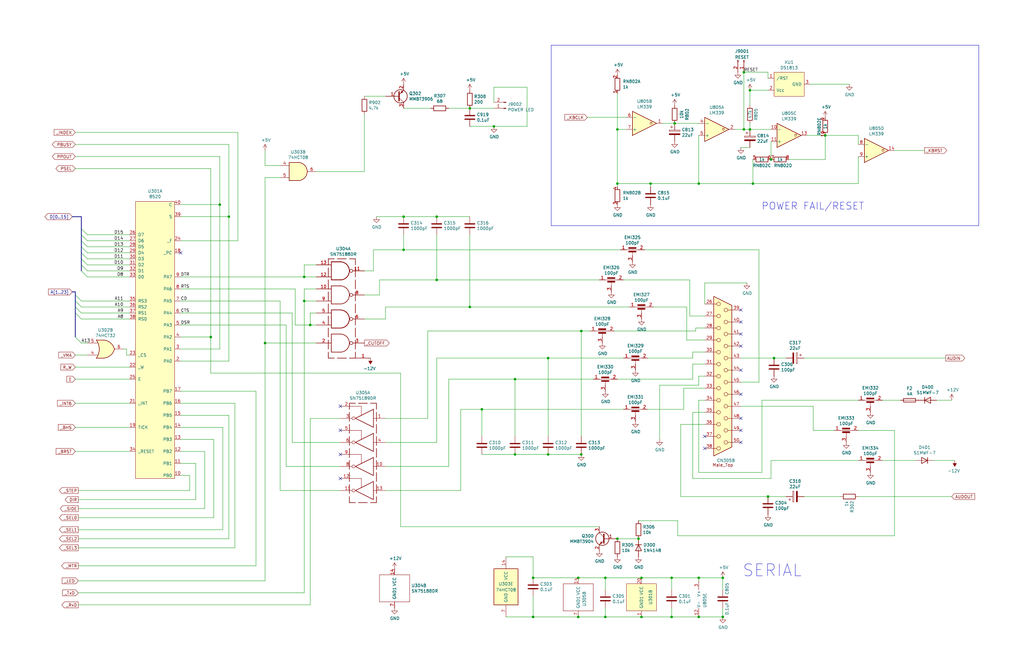
<source format=kicad_sch>
(kicad_sch (version 20231120) (generator "eeschema") (generator_version "8.0")
  (paper "B")
  (title_block (title "Amiga 2000 EATX") (date "2024-06-02") (rev "3.1"))
  (junction (at 217.17 160.02))
  (junction (at 325.12 67.31))
  (junction (at 198.12 129.54))
  (junction (at 283.21 260.35))
  (junction (at 208.28 53.34))
  (junction (at 111.76 144.78))
  (junction (at 284.48 52.07))
  (junction (at 184.15 118.11))
  (junction (at 130.81 137.16))
  (junction (at 92.71 86.36))
  (junction (at 323.85 209.55))
  (junction (at 255.27 260.35))
  (junction (at 96.52 91.44))
  (junction (at 231.14 191.77))
  (junction (at 260.35 227.33))
  (junction (at 260.35 54.61))
  (junction (at 260.35 77.47))
  (junction (at 294.64 77.47))
  (junction (at 326.39 151.13))
  (junction (at 128.27 127))
  (junction (at 270.51 243.84))
  (junction (at 217.17 191.77))
  (junction (at 317.5 77.47))
  (junction (at 316.23 38.1))
  (junction (at 224.79 243.84))
  (junction (at 231.14 151.13))
  (junction (at 294.64 243.84))
  (junction (at 313.69 54.61))
  (junction (at 270.51 260.35))
  (junction (at 274.32 77.47))
  (junction (at 255.27 243.84))
  (junction (at 170.18 91.44))
  (junction (at 294.64 260.35))
  (junction (at 203.2 172.72))
  (junction (at 316.23 54.61))
  (junction (at 170.18 105.41))
  (junction (at 184.15 91.44))
  (junction (at 304.8 243.84))
  (junction (at 283.21 243.84))
  (junction (at 313.69 30.48))
  (junction (at 88.9 142.24))
  (junction (at 245.11 191.77))
  (junction (at 269.24 227.33))
  (junction (at 198.12 45.72))
  (junction (at 128.27 116.84))
  (junction (at 347.98 57.15))
  (junction (at 245.11 139.7))
  (junction (at 243.84 260.35))
  (junction (at 224.79 260.35))
  (junction (at 304.8 260.35))
  (junction (at 243.84 243.84))
  (no_connect (at 312.42 166.37))
  (no_connect (at 76.2 106.68))
  (no_connect (at 312.42 135.89))
  (no_connect (at 297.18 184.15))
  (no_connect (at 312.42 156.21))
  (no_connect (at 312.42 146.05))
  (no_connect (at 312.42 130.81))
  (no_connect (at 143.51 171.45))
  (no_connect (at 312.42 181.61))
  (no_connect (at 143.51 181.61))
  (no_connect (at 312.42 176.53))
  (no_connect (at 297.18 189.23))
  (no_connect (at 143.51 191.77))
  (no_connect (at 312.42 140.97))
  (no_connect (at 312.42 186.69))
  (no_connect (at 143.51 201.93))
  (bus_entry (at 36.83 116.84) (size -2.54 -2.54))
  (bus_entry (at 34.29 134.62) (size -2.54 -2.54))
  (bus_entry (at 34.29 132.08) (size -2.54 -2.54))
  (bus_entry (at 36.83 101.6) (size -2.54 -2.54))
  (bus_entry (at 36.83 111.76) (size -2.54 -2.54))
  (bus_entry (at 34.29 127) (size -2.54 -2.54))
  (bus_entry (at 34.29 129.54) (size -2.54 -2.54))
  (bus_entry (at 36.83 114.3) (size -2.54 -2.54))
  (bus_entry (at 36.83 104.14) (size -2.54 -2.54))
  (bus_entry (at 36.83 99.06) (size -2.54 -2.54))
  (bus_entry (at 34.29 144.78) (size -2.54 -2.54))
  (bus_entry (at 36.83 106.68) (size -2.54 -2.54))
  (bus_entry (at 36.83 109.22) (size -2.54 -2.54))
  (wire (pts (xy 198.12 91.44) (xy 184.15 91.44)))
  (wire (pts (xy 100.33 55.88) (xy 31.75 55.88)))
  (wire (pts (xy 54.61 132.08) (xy 34.29 132.08)))
  (wire (pts (xy 76.2 86.36) (xy 92.71 86.36)))
  (wire (pts (xy 377.19 226.06) (xy 285.75 226.06)))
  (wire (pts (xy 88.9 71.12) (xy 31.75 71.12)))
  (wire (pts (xy 361.95 77.47) (xy 361.95 66.04)))
  (wire (pts (xy 90.17 218.44) (xy 33.02 218.44)))
  (wire (pts (xy 143.51 176.53) (xy 130.81 176.53)))
  (wire (pts (xy 312.42 62.23) (xy 316.23 62.23)))
  (wire (pts (xy 245.11 139.7) (xy 245.11 184.15)))
  (wire (pts (xy 130.81 132.08) (xy 133.35 132.08)))
  (wire (pts (xy 54.61 154.94) (xy 31.75 154.94)))
  (wire (pts (xy 96.52 91.44) (xy 96.52 60.96)))
  (wire (pts (xy 198.12 45.72) (xy 208.28 45.72)))
  (bus (pts (xy 31.75 132.08) (xy 31.75 142.24)))
  (wire (pts (xy 245.11 139.7) (xy 248.92 139.7)))
  (wire (pts (xy 168.91 222.25) (xy 168.91 157.48)))
  (bus (pts (xy 31.75 124.46) (xy 31.75 127)))
  (wire (pts (xy 88.9 142.24) (xy 88.9 71.12)))
  (bus (pts (xy 30.48 123.19) (xy 31.75 123.19)))
  (wire (pts (xy 274.32 77.47) (xy 260.35 77.47)))
  (wire (pts (xy 76.2 185.42) (xy 90.17 185.42)))
  (wire (pts (xy 118.11 69.85) (xy 111.76 69.85)))
  (wire (pts (xy 54.61 109.22) (xy 36.83 109.22)))
  (wire (pts (xy 96.52 227.33) (xy 33.02 227.33)))
  (wire (pts (xy 320.04 161.29) (xy 320.04 105.41)))
  (wire (pts (xy 377.19 181.61) (xy 377.19 226.06)))
  (wire (pts (xy 292.1 173.99) (xy 292.1 201.93)))
  (polyline (pts (xy 232.41 95.25) (xy 232.41 19.05)))
  (wire (pts (xy 189.23 160.02) (xy 217.17 160.02)))
  (wire (pts (xy 180.34 139.7) (xy 245.11 139.7)))
  (wire (pts (xy 231.14 184.15) (xy 231.14 151.13)))
  (wire (pts (xy 279.4 52.07) (xy 284.48 52.07)))
  (bus (pts (xy 34.29 91.44) (xy 34.29 96.52)))
  (wire (pts (xy 52.07 147.32) (xy 53.34 147.32)))
  (wire (pts (xy 88.9 157.48) (xy 88.9 142.24)))
  (wire (pts (xy 217.17 191.77) (xy 231.14 191.77)))
  (wire (pts (xy 347.98 57.15) (xy 361.95 57.15)))
  (wire (pts (xy 130.81 137.16) (xy 130.81 132.08)))
  (wire (pts (xy 243.84 243.84) (xy 255.27 243.84)))
  (wire (pts (xy 224.79 251.46) (xy 224.79 260.35)))
  (wire (pts (xy 184.15 118.11) (xy 252.73 118.11)))
  (wire (pts (xy 76.2 190.5) (xy 86.36 190.5)))
  (polyline (pts (xy 412.75 19.05) (xy 412.75 95.25)))
  (wire (pts (xy 53.34 149.86) (xy 54.61 149.86)))
  (wire (pts (xy 270.51 260.35) (xy 283.21 260.35)))
  (wire (pts (xy 297.18 168.91) (xy 294.64 168.91)))
  (bus (pts (xy 31.75 123.19) (xy 31.75 124.46)))
  (wire (pts (xy 285.75 226.06) (xy 285.75 219.71)))
  (wire (pts (xy 217.17 160.02) (xy 250.19 160.02)))
  (wire (pts (xy 96.52 60.96) (xy 31.75 60.96)))
  (wire (pts (xy 111.76 144.78) (xy 111.76 245.11)))
  (wire (pts (xy 313.69 54.61) (xy 316.23 54.61)))
  (wire (pts (xy 107.95 165.1) (xy 107.95 238.76)))
  (wire (pts (xy 111.76 74.93) (xy 118.11 74.93)))
  (wire (pts (xy 128.27 116.84) (xy 133.35 116.84)))
  (wire (pts (xy 99.06 170.18) (xy 99.06 231.14)))
  (wire (pts (xy 289.56 129.54) (xy 289.56 143.51)))
  (wire (pts (xy 203.2 191.77) (xy 217.17 191.77)))
  (wire (pts (xy 99.06 231.14) (xy 33.02 231.14)))
  (wire (pts (xy 312.42 171.45) (xy 342.9 171.45)))
  (wire (pts (xy 287.02 179.07) (xy 287.02 209.55)))
  (wire (pts (xy 54.61 104.14) (xy 36.83 104.14)))
  (wire (pts (xy 317.5 67.31) (xy 317.5 77.47)))
  (wire (pts (xy 326.39 151.13) (xy 331.47 151.13)))
  (wire (pts (xy 53.34 147.32) (xy 53.34 149.86)))
  (wire (pts (xy 274.32 77.47) (xy 274.32 78.74)))
  (wire (pts (xy 170.18 91.44) (xy 158.75 91.44)))
  (wire (pts (xy 294.64 260.35) (xy 304.8 260.35)))
  (wire (pts (xy 283.21 243.84) (xy 294.64 243.84)))
  (wire (pts (xy 288.29 172.72) (xy 288.29 163.83)))
  (wire (pts (xy 325.12 59.69) (xy 325.12 67.31)))
  (wire (pts (xy 36.83 144.78) (xy 34.29 144.78)))
  (wire (pts (xy 96.52 175.26) (xy 96.52 227.33)))
  (wire (pts (xy 203.2 184.15) (xy 203.2 172.72)))
  (bus (pts (xy 34.29 109.22) (xy 34.29 111.76)))
  (wire (pts (xy 118.11 127) (xy 118.11 207.01)))
  (wire (pts (xy 208.28 36.83) (xy 222.25 36.83)))
  (bus (pts (xy 34.29 91.44) (xy 30.48 91.44)))
  (bus (pts (xy 31.75 129.54) (xy 31.75 132.08)))
  (wire (pts (xy 128.27 127) (xy 128.27 250.19)))
  (wire (pts (xy 361.95 57.15) (xy 361.95 60.96)))
  (wire (pts (xy 76.2 200.66) (xy 80.01 200.66)))
  (wire (pts (xy 297.18 128.27) (xy 297.18 119.38)))
  (wire (pts (xy 194.31 207.01) (xy 194.31 172.72)))
  (wire (pts (xy 317.5 77.47) (xy 361.95 77.47)))
  (wire (pts (xy 80.01 200.66) (xy 80.01 207.01)))
  (wire (pts (xy 294.64 199.39) (xy 321.31 199.39)))
  (wire (pts (xy 100.33 101.6) (xy 100.33 55.88)))
  (wire (pts (xy 160.02 124.46) (xy 160.02 118.11)))
  (wire (pts (xy 292.1 160.02) (xy 292.1 153.67)))
  (wire (pts (xy 54.61 99.06) (xy 36.83 99.06)))
  (wire (pts (xy 198.12 53.34) (xy 208.28 53.34)))
  (wire (pts (xy 194.31 172.72) (xy 203.2 172.72)))
  (wire (pts (xy 293.37 138.43) (xy 297.18 138.43)))
  (wire (pts (xy 170.18 105.41) (xy 261.62 105.41)))
  (wire (pts (xy 160.02 118.11) (xy 184.15 118.11)))
  (wire (pts (xy 274.32 77.47) (xy 294.64 77.47)))
  (wire (pts (xy 297.18 158.75) (xy 294.64 158.75)))
  (wire (pts (xy 222.25 53.34) (xy 208.28 53.34)))
  (wire (pts (xy 198.12 129.54) (xy 265.43 129.54)))
  (wire (pts (xy 31.75 160.02) (xy 54.61 160.02)))
  (wire (pts (xy 54.61 180.34) (xy 31.75 180.34)))
  (wire (pts (xy 260.35 227.33) (xy 269.24 227.33)))
  (wire (pts (xy 339.09 151.13) (xy 398.78 151.13)))
  (wire (pts (xy 290.83 118.11) (xy 290.83 133.35)))
  (bus (pts (xy 34.29 106.68) (xy 34.29 109.22)))
  (wire (pts (xy 309.88 54.61) (xy 313.69 54.61)))
  (wire (pts (xy 180.34 139.7) (xy 180.34 176.53)))
  (wire (pts (xy 92.71 66.04) (xy 31.75 66.04)))
  (wire (pts (xy 260.35 54.61) (xy 264.16 54.61)))
  (wire (pts (xy 293.37 139.7) (xy 293.37 138.43)))
  (wire (pts (xy 130.81 176.53) (xy 130.81 255.27)))
  (bus (pts (xy 34.29 104.14) (xy 34.29 106.68)))
  (wire (pts (xy 294.64 243.84) (xy 294.64 245.11)))
  (wire (pts (xy 283.21 260.35) (xy 294.64 260.35)))
  (wire (pts (xy 80.01 207.01) (xy 33.02 207.01)))
  (wire (pts (xy 157.48 105.41) (xy 157.48 114.3)))
  (wire (pts (xy 290.83 133.35) (xy 297.18 133.35)))
  (wire (pts (xy 76.2 91.44) (xy 96.52 91.44)))
  (wire (pts (xy 162.56 134.62) (xy 162.56 129.54)))
  (wire (pts (xy 260.35 78.74) (xy 260.35 77.47)))
  (wire (pts (xy 76.2 132.08) (xy 123.19 132.08)))
  (wire (pts (xy 198.12 99.06) (xy 198.12 129.54)))
  (wire (pts (xy 54.61 116.84) (xy 36.83 116.84)))
  (wire (pts (xy 86.36 190.5) (xy 86.36 214.63)))
  (wire (pts (xy 153.67 124.46) (xy 160.02 124.46)))
  (wire (pts (xy 213.36 234.95) (xy 224.79 234.95)))
  (wire (pts (xy 96.52 91.44) (xy 96.52 152.4)))
  (bus (pts (xy 34.29 101.6) (xy 34.29 104.14)))
  (wire (pts (xy 271.78 105.41) (xy 320.04 105.41)))
  (wire (pts (xy 118.11 207.01) (xy 143.51 207.01)))
  (wire (pts (xy 325.12 194.31) (xy 325.12 201.93)))
  (wire (pts (xy 36.83 111.76) (xy 54.61 111.76)))
  (wire (pts (xy 231.14 151.13) (xy 262.89 151.13)))
  (wire (pts (xy 255.27 260.35) (xy 270.51 260.35)))
  (wire (pts (xy 153.67 72.39) (xy 153.67 48.26)))
  (wire (pts (xy 111.76 144.78) (xy 111.76 74.93)))
  (wire (pts (xy 92.71 147.32) (xy 76.2 147.32)))
  (wire (pts (xy 162.56 207.01) (xy 194.31 207.01)))
  (wire (pts (xy 288.29 163.83) (xy 297.18 163.83)))
  (polyline (pts (xy 232.41 19.05) (xy 412.75 19.05)))
  (wire (pts (xy 157.48 105.41) (xy 170.18 105.41)))
  (wire (pts (xy 283.21 256.54) (xy 283.21 260.35)))
  (wire (pts (xy 217.17 184.15) (xy 217.17 160.02)))
  (wire (pts (xy 90.17 185.42) (xy 90.17 218.44)))
  (wire (pts (xy 162.56 129.54) (xy 198.12 129.54)))
  (wire (pts (xy 128.27 250.19) (xy 33.02 250.19)))
  (wire (pts (xy 243.84 260.35) (xy 255.27 260.35)))
  (wire (pts (xy 36.83 101.6) (xy 54.61 101.6)))
  (wire (pts (xy 133.35 72.39) (xy 153.67 72.39)))
  (wire (pts (xy 184.15 91.44) (xy 170.18 91.44)))
  (wire (pts (xy 304.8 243.84) (xy 294.64 243.84)))
  (wire (pts (xy 377.19 63.5) (xy 389.89 63.5)))
  (wire (pts (xy 184.15 151.13) (xy 231.14 151.13)))
  (wire (pts (xy 289.56 143.51) (xy 297.18 143.51)))
  (wire (pts (xy 292.1 201.93) (xy 325.12 201.93)))
  (wire (pts (xy 402.59 194.31) (xy 393.7 194.31)))
  (wire (pts (xy 76.2 121.92) (xy 124.46 121.92)))
  (wire (pts (xy 123.19 186.69) (xy 143.51 186.69)))
  (wire (pts (xy 341.63 35.56) (xy 358.14 35.56)))
  (wire (pts (xy 270.51 243.84) (xy 283.21 243.84)))
  (wire (pts (xy 76.2 101.6) (xy 100.33 101.6)))
  (wire (pts (xy 312.42 161.29) (xy 320.04 161.29)))
  (wire (pts (xy 304.8 260.35) (xy 304.8 256.54)))
  (wire (pts (xy 189.23 45.72) (xy 198.12 45.72)))
  (wire (pts (xy 76.2 180.34) (xy 93.98 180.34)))
  (wire (pts (xy 107.95 238.76) (xy 33.02 238.76)))
  (wire (pts (xy 294.64 162.56) (xy 278.13 162.56)))
  (wire (pts (xy 297.18 179.07) (xy 287.02 179.07)))
  (wire (pts (xy 255.27 243.84) (xy 270.51 243.84)))
  (bus (pts (xy 34.29 111.76) (xy 34.29 114.3)))
  (wire (pts (xy 54.61 190.5) (xy 31.75 190.5)))
  (wire (pts (xy 273.05 172.72) (xy 288.29 172.72)))
  (wire (pts (xy 96.52 152.4) (xy 76.2 152.4)))
  (wire (pts (xy 124.46 121.92) (xy 124.46 137.16)))
  (wire (pts (xy 312.42 151.13) (xy 326.39 151.13)))
  (wire (pts (xy 361.95 209.55) (xy 401.32 209.55)))
  (wire (pts (xy 208.28 43.18) (xy 208.28 36.83)))
  (wire (pts (xy 316.23 54.61) (xy 325.12 54.61)))
  (wire (pts (xy 243.84 243.84) (xy 224.79 243.84)))
  (wire (pts (xy 76.2 137.16) (xy 120.65 137.16)))
  (wire (pts (xy 316.23 38.1) (xy 316.23 44.45)))
  (wire (pts (xy 168.91 157.48) (xy 88.9 157.48)))
  (wire (pts (xy 133.35 121.92) (xy 128.27 121.92)))
  (wire (pts (xy 347.98 67.31) (xy 347.98 57.15)))
  (wire (pts (xy 275.59 129.54) (xy 289.56 129.54)))
  (wire (pts (xy 297.18 119.38) (xy 314.96 119.38)))
  (wire (pts (xy 252.73 222.25) (xy 168.91 222.25)))
  (wire (pts (xy 34.29 134.62) (xy 54.61 134.62)))
  (wire (pts (xy 54.61 170.18) (xy 31.75 170.18)))
  (bus (pts (xy 34.29 96.52) (xy 34.29 99.06)))
  (wire (pts (xy 340.36 57.15) (xy 347.98 57.15)))
  (wire (pts (xy 284.48 52.07) (xy 294.64 52.07)))
  (wire (pts (xy 224.79 234.95) (xy 224.79 243.84)))
  (wire (pts (xy 394.97 168.91) (xy 401.32 168.91)))
  (wire (pts (xy 128.27 111.76) (xy 128.27 116.84)))
  (wire (pts (xy 157.48 114.3) (xy 153.67 114.3)))
  (wire (pts (xy 260.35 54.61) (xy 260.35 77.47)))
  (wire (pts (xy 153.67 134.62) (xy 162.56 134.62)))
  (wire (pts (xy 294.64 77.47) (xy 317.5 77.47)))
  (wire (pts (xy 76.2 195.58) (xy 82.55 195.58)))
  (wire (pts (xy 292.1 153.67) (xy 297.18 153.67)))
  (wire (pts (xy 153.67 40.64) (xy 162.56 40.64)))
  (wire (pts (xy 170.18 99.06) (xy 170.18 105.41)))
  (wire (pts (xy 33.02 245.11) (xy 111.76 245.11)))
  (wire (pts (xy 184.15 186.69) (xy 184.15 151.13)))
  (wire (pts (xy 133.35 144.78) (xy 111.76 144.78)))
  (wire (pts (xy 361.95 194.31) (xy 325.12 194.31)))
  (wire (pts (xy 372.11 168.91) (xy 379.73 168.91)))
  (wire (pts (xy 184.15 99.06) (xy 184.15 118.11)))
  (wire (pts (xy 304.8 248.92) (xy 304.8 243.84)))
  (wire (pts (xy 292.1 148.59) (xy 297.18 148.59)))
  (wire (pts (xy 203.2 172.72) (xy 262.89 172.72)))
  (wire (pts (xy 292.1 151.13) (xy 292.1 148.59)))
  (bus (pts (xy 34.29 99.06) (xy 34.29 101.6)))
  (wire (pts (xy 31.75 149.86) (xy 36.83 149.86)))
  (wire (pts (xy 321.31 168.91) (xy 361.95 168.91)))
  (wire (pts (xy 93.98 180.34) (xy 93.98 223.52)))
  (wire (pts (xy 297.18 173.99) (xy 292.1 173.99)))
  (wire (pts (xy 93.98 223.52) (xy 33.02 223.52)))
  (wire (pts (xy 339.09 209.55) (xy 354.33 209.55)))
  (wire (pts (xy 342.9 181.61) (xy 351.79 181.61)))
  (wire (pts (xy 54.61 127) (xy 34.29 127)))
  (wire (pts (xy 255.27 248.92) (xy 255.27 243.84)))
  (wire (pts (xy 130.81 255.27) (xy 33.02 255.27)))
  (wire (pts (xy 92.71 86.36) (xy 92.71 147.32)))
  (wire (pts (xy 162.56 196.85) (xy 189.23 196.85)))
  (wire (pts (xy 332.74 67.31) (xy 347.98 67.31)))
  (bus (pts (xy 31.75 127) (xy 31.75 129.54)))
  (wire (pts (xy 170.18 45.72) (xy 181.61 45.72)))
  (wire (pts (xy 92.71 86.36) (xy 92.71 66.04)))
  (wire (pts (xy 54.61 114.3) (xy 36.83 114.3)))
  (wire (pts (xy 361.95 181.61) (xy 377.19 181.61)))
  (wire (pts (xy 124.46 137.16) (xy 130.81 137.16)))
  (wire (pts (xy 321.31 199.39) (xy 321.31 168.91)))
  (wire (pts (xy 262.89 118.11) (xy 290.83 118.11)))
  (wire (pts (xy 162.56 176.53) (xy 180.34 176.53)))
  (wire (pts (xy 313.69 30.48) (xy 313.69 54.61)))
  (wire (pts (xy 323.85 33.02) (xy 323.85 30.48)))
  (wire (pts (xy 316.23 52.07) (xy 316.23 54.61)))
  (wire (pts (xy 189.23 196.85) (xy 189.23 160.02)))
  (wire (pts (xy 224.79 260.35) (xy 213.36 260.35)))
  (wire (pts (xy 76.2 142.24) (xy 88.9 142.24)))
  (wire (pts (xy 260.35 54.61) (xy 260.35 39.37)))
  (wire (pts (xy 36.83 106.68) (xy 54.61 106.68)))
  (wire (pts (xy 260.35 160.02) (xy 292.1 160.02)))
  (polyline (pts (xy 412.75 95.25) (xy 232.41 95.25)))
  (wire (pts (xy 76.2 127) (xy 118.11 127)))
  (wire (pts (xy 130.81 137.16) (xy 133.35 137.16)))
  (wire (pts (xy 323.85 30.48) (xy 313.69 30.48)))
  (wire (pts (xy 287.02 209.55) (xy 323.85 209.55)))
  (wire (pts (xy 255.27 256.54) (xy 255.27 260.35)))
  (wire (pts (xy 111.76 69.85) (xy 111.76 63.5)))
  (wire (pts (xy 342.9 171.45) (xy 342.9 181.61)))
  (wire (pts (xy 82.55 210.82) (xy 33.02 210.82)))
  (wire (pts (xy 123.19 132.08) (xy 123.19 186.69)))
  (wire (pts (xy 128.27 121.92) (xy 128.27 127)))
  (wire (pts (xy 133.35 111.76) (xy 128.27 111.76)))
  (wire (pts (xy 120.65 137.16) (xy 120.65 196.85)))
  (wire (pts (xy 231.14 191.77) (xy 245.11 191.77)))
  (wire (pts (xy 259.08 139.7) (xy 293.37 139.7)))
  (wire (pts (xy 76.2 170.18) (xy 99.06 170.18)))
  (wire (pts (xy 278.13 162.56) (xy 278.13 185.42)))
  (wire (pts (xy 76.2 175.26) (xy 96.52 175.26)))
  (wire (pts (xy 54.61 129.54) (xy 34.29 129.54)))
  (wire (pts (xy 294.64 158.75) (xy 294.64 162.56)))
  (wire (pts (xy 323.85 38.1) (xy 316.23 38.1)))
  (wire (pts (xy 120.65 196.85) (xy 143.51 196.85)))
  (wire (pts (xy 86.36 214.63) (xy 33.02 214.63)))
  (wire (pts (xy 76.2 116.84) (xy 128.27 116.84)))
  (wire (pts (xy 162.56 186.69) (xy 184.15 186.69)))
  (wire (pts (xy 243.84 260.35) (xy 224.79 260.35)))
  (wire (pts (xy 323.85 209.55) (xy 331.47 209.55)))
  (wire (pts (xy 283.21 248.92) (xy 283.21 243.84)))
  (wire (pts (xy 273.05 151.13) (xy 292.1 151.13)))
  (wire (pts (xy 76.2 165.1) (xy 107.95 165.1)))
  (wire (pts (xy 264.16 49.53) (xy 247.65 49.53)))
  (wire (pts (xy 285.75 219.71) (xy 269.24 219.71)))
  (wire (pts (xy 294.64 168.91) (xy 294.64 199.39)))
  (wire (pts (xy 128.27 127) (xy 133.35 127)))
  (wire (pts (xy 294.64 57.15) (xy 294.64 77.47)))
  (wire (pts (xy 386.08 194.31) (xy 372.11 194.31)))
  (wire (pts (xy 222.25 36.83) (xy 222.25 53.34)))
  (wire (pts (xy 82.55 195.58) (xy 82.55 210.82)))
  (text "POWER FAIL/RESET" (at 364.49 88.9 0) (effects (font (size 2.9972 2.9972)) (justify right bottom)))
  (text "SERIAL" (at 313.055 243.84 0) (effects (font (size 5.0038 5.0038)) (justify left bottom)))
  (label "A11" (at 52.07 127 180) (effects (font (size 1.2954 1.2954))))
  (label "D8" (at 52.07 116.84 180) (effects (font (size 1.2954 1.2954))))
  (label "D15" (at 52.07 99.06 180) (effects (font (size 1.2954 1.2954))))
  (label "CTS" (at 76.2 132.08 0))
  (label "A9" (at 52.07 132.08 180) (effects (font (size 1.2954 1.2954))))
  (label "RESET" (at 313.69 30.48 0))
  (label "DSR" (at 76.2 137.16 0))
  (label "D14" (at 52.07 101.6 180) (effects (font (size 1.2954 1.2954))))
  (label "A13" (at 34.29 144.78 0) (effects (font (size 1.2954 1.2954))))
  (label "D9" (at 52.07 114.3 180) (effects (font (size 1.2954 1.2954))))
  (label "CD" (at 76.2 127 0))
  (label "A8" (at 52.07 134.62 180) (effects (font (size 1.2954 1.2954))))
  (label "D13" (at 52.07 104.14 180) (effects (font (size 1.2954 1.2954))))
  (label "DTR" (at 76.2 116.84 0))
  (label "D10" (at 52.07 111.76 180) (effects (font (size 1.2954 1.2954))))
  (label "D12" (at 52.07 106.68 180) (effects (font (size 1.2954 1.2954))))
  (label "D11" (at 52.07 109.22 180) (effects (font (size 1.2954 1.2954))))
  (label "A10" (at 52.07 129.54 180) (effects (font (size 1.2954 1.2954))))
  (label "RTS" (at 76.2 121.92 0))
  (global_label "_CUTOFF" (shape output) (at 153.67 144.78 0) (property "Intersheetrefs" "${INTERSHEET_REFS}" (at 164.0444 144.78 0) (effects (justify left))))
  (global_label "_RxD" (shape output) (at 33.02 255.27 180) (property "Intersheetrefs" "${INTERSHEET_REFS}" (at 26.1533 255.27 0) (effects (justify right))))
  (global_label "_STEP" (shape output) (at 33.02 207.01 180) (property "Intersheetrefs" "${INTERSHEET_REFS}" (at 25.1253 207.01 0) (effects (justify right))))
  (global_label "_INT6" (shape input) (at 31.75 170.18 180) (property "Intersheetrefs" "${INTERSHEET_REFS}" (at 24.339 170.18 0) (effects (justify right))))
  (global_label "A[1..23]" (shape input) (at 30.48 123.19 180) (property "Intersheetrefs" "${INTERSHEET_REFS}" (at 29.972 120.142 0) (effects (justify right))))
  (global_label "_MTR" (shape output) (at 33.02 238.76 180) (property "Intersheetrefs" "${INTERSHEET_REFS}" (at 26.0324 238.76 0) (effects (justify right))))
  (global_label "PSEL" (shape bidirectional) (at 31.75 71.12 180) (property "Intersheetrefs" "${INTERSHEET_REFS}" (at 23.8099 71.12 0) (effects (justify right))))
  (global_label "_SIDE" (shape output) (at 33.02 214.63 180) (property "Intersheetrefs" "${INTERSHEET_REFS}" (at 25.4881 214.63 0) (effects (justify right))))
  (global_label "PPOUT" (shape bidirectional) (at 31.75 66.04 180) (property "Intersheetrefs" "${INTERSHEET_REFS}" (at 22.2979 66.04 0) (effects (justify right))))
  (global_label "_BHS" (shape input) (at 31.75 180.34 180) (property "Intersheetrefs" "${INTERSHEET_REFS}" (at 24.6414 180.34 0) (effects (justify right))))
  (global_label "_KBCLK" (shape input) (at 247.65 49.53 180) (property "Intersheetrefs" "${INTERSHEET_REFS}" (at 238.2433 49.53 0) (effects (justify right))))
  (global_label "PBUSY" (shape bidirectional) (at 31.75 60.96 180) (property "Intersheetrefs" "${INTERSHEET_REFS}" (at 22.2979 60.96 0) (effects (justify right))))
  (global_label "_BRST" (shape input) (at 31.75 190.5 180) (property "Intersheetrefs" "${INTERSHEET_REFS}" (at 23.7343 190.5 0) (effects (justify right))))
  (global_label "AUDIN" (shape output) (at 398.78 151.13 0) (property "Intersheetrefs" "${INTERSHEET_REFS}" (at 406.7354 151.13 0) (effects (justify left))))
  (global_label "_SEL2" (shape output) (at 33.02 227.33 180) (property "Intersheetrefs" "${INTERSHEET_REFS}" (at 25.1253 227.33 0) (effects (justify right))))
  (global_label "R_W" (shape input) (at 31.75 154.94 180) (property "Intersheetrefs" "${INTERSHEET_REFS}" (at 25.73 154.94 0) (effects (justify right))))
  (global_label "E" (shape input) (at 31.75 160.02 180) (property "Intersheetrefs" "${INTERSHEET_REFS}" (at 28.27 160.02 0) (effects (justify right))))
  (global_label "_SEL3" (shape output) (at 33.02 231.14 180) (property "Intersheetrefs" "${INTERSHEET_REFS}" (at 25.1253 231.14 0) (effects (justify right))))
  (global_label "_VMA" (shape input) (at 31.75 149.86 180) (property "Intersheetrefs" "${INTERSHEET_REFS}" (at 24.8228 149.86 0) (effects (justify right))))
  (global_label "_INDEX" (shape input) (at 31.75 55.88 180) (property "Intersheetrefs" "${INTERSHEET_REFS}" (at 22.8876 55.88 0) (effects (justify right))))
  (global_label "_SEL1" (shape output) (at 33.02 223.52 180) (property "Intersheetrefs" "${INTERSHEET_REFS}" (at 25.1253 223.52 0) (effects (justify right))))
  (global_label "AUDOUT" (shape input) (at 401.32 209.55 0) (property "Intersheetrefs" "${INTERSHEET_REFS}" (at 410.9687 209.55 0) (effects (justify left))))
  (global_label "D[0..15]" (shape bidirectional) (at 30.48 91.44 180) (effects (font (size 1.2954 1.2954))) (property "Intersheetrefs" "${INTERSHEET_REFS}" (at 28.194 88.392 0) (effects (justify right))))
  (global_label "_TxD" (shape input) (at 33.02 250.19 180) (property "Intersheetrefs" "${INTERSHEET_REFS}" (at 26.4557 250.19 0) (effects (justify right))))
  (global_label "_LED" (shape input) (at 33.02 245.11 180) (property "Intersheetrefs" "${INTERSHEET_REFS}" (at 26.2743 245.11 0) (effects (justify right))))
  (global_label "_SEL0" (shape output) (at 33.02 218.44 180) (property "Intersheetrefs" "${INTERSHEET_REFS}" (at 25.1253 218.44 0) (effects (justify right))))
  (global_label "_KBRST" (shape output) (at 389.89 63.5 0) (property "Intersheetrefs" "${INTERSHEET_REFS}" (at 399.1757 63.5 0) (effects (justify left))))
  (global_label "DIR" (shape output) (at 33.02 210.82 180) (property "Intersheetrefs" "${INTERSHEET_REFS}" (at 27.5442 210.82 0) (effects (justify right))))
  (symbol (lib_id "Amiga-Library:SN75188DR") (at 143.51 124.46 0) (unit 1)
    (property "Reference" "U304" (at 144.78 104.9782 0))
    (property "Value" "SN75188DR" (at 144.78 107.2896 0))
    (property "Footprint" "Package_SO:SOIC-14_3.9x8.7mm_P1.27mm" (effects (hide yes)))
    (property "Datasheet" "https://www.ti.com/lit/ds/symlink/mc1488.pdf?HQS=dis-dk-null-digikeymode-dsf-pf-null-wwe&ts=1616552868480" (effects (hide yes)))
  )
  (symbol (lib_id "Amiga-Library:DB25_Stack_FemaleAndMale") (at 304.8 158.75 0) (unit 2)
    (property "Reference" "CN305" (at 302.26 194.31 0) (effects (justify left)))
    (property "Value" "DB25_Stack_FemaleAndMale" (effects (hide yes)))
    (property "Footprint" "AmigaFootprints:DSUB-25_Stack_Female_Bottom_Male_Top" (effects (hide yes)))
    (property "Datasheet" " ~" (effects (hide yes)))
  )
  (symbol (lib_id "74xx:74LS08") (at 125.73 72.39 0) (unit 2)
    (property "Reference" "U303" (at 125.73 64.135 0))
    (property "Value" "74HCT08" (at 125.73 66.4464 0))
    (property "Datasheet" "http://www.ti.com/lit/gpn/sn74LS08" (effects (hide yes)))
  )
  (symbol (lib_id "power:+5V") (at 111.76 63.5 0) (unit 1)
    (property "Reference" "#PWR0292" (effects (hide yes)))
    (property "Value" "+5V" (at 112.141 59.1058 0))
  )
  (symbol (lib_id "Amiga-Library:C_Feedthrough") (at 257.81 120.65 0) (unit 1)
    (property "Reference" "EMI326" (at 257.81 112.903 0))
    (property "Value" "100pF" (at 257.81 115.2144 0))
    (property "Footprint" "AmigaFootprints:C_1206_3216_Feedthrough" (effects (hide yes)))
  )
  (symbol (lib_id "Amiga-Library:C_Feedthrough") (at 270.51 132.08 0) (unit 1)
    (property "Reference" "EMI327" (at 270.51 124.333 0))
    (property "Value" "100pF" (at 270.51 126.6444 0))
    (property "Footprint" "AmigaFootprints:C_1206_3216_Feedthrough" (effects (hide yes)))
  )
  (symbol (lib_id "Amiga-Library:C_Feedthrough") (at 254 142.24 0) (unit 1)
    (property "Reference" "EMI328" (at 254 134.493 0))
    (property "Value" "100pF" (at 254 136.8044 0))
    (property "Footprint" "AmigaFootprints:C_1206_3216_Feedthrough" (effects (hide yes)))
  )
  (symbol (lib_id "Amiga-Library:C_Feedthrough") (at 267.97 153.67 0) (unit 1)
    (property "Reference" "EMI329" (at 267.97 145.923 0))
    (property "Value" "100pF" (at 267.97 148.2344 0))
    (property "Footprint" "AmigaFootprints:C_1206_3216_Feedthrough" (effects (hide yes)))
  )
  (symbol (lib_id "Amiga-Library:C_Feedthrough") (at 255.27 162.56 0) (unit 1)
    (property "Reference" "EMI330" (at 255.27 154.813 0))
    (property "Value" "100pF" (at 255.27 157.1244 0))
    (property "Footprint" "AmigaFootprints:C_1206_3216_Feedthrough" (effects (hide yes)))
  )
  (symbol (lib_id "Amiga-Library:C_Feedthrough") (at 267.97 175.26 0) (unit 1)
    (property "Reference" "EMI331" (at 267.97 167.513 0))
    (property "Value" "100pF" (at 267.97 169.8244 0))
    (property "Footprint" "AmigaFootprints:C_1206_3216_Feedthrough" (effects (hide yes)))
  )
  (symbol (lib_id "Amiga-Library:C_Feedthrough") (at 266.7 107.95 0) (unit 1)
    (property "Reference" "EMI325" (at 266.7 100.203 0))
    (property "Value" "100pF" (at 266.7 102.5144 0))
    (property "Footprint" "AmigaFootprints:C_1206_3216_Feedthrough" (effects (hide yes)))
  )
  (symbol (lib_id "Amiga-Library:C_Feedthrough") (at 367.03 171.45 0) (unit 1)
    (property "Reference" "EMI332" (at 367.03 163.703 0))
    (property "Value" "100pF" (at 367.03 166.0144 0))
    (property "Footprint" "AmigaFootprints:C_1206_3216_Feedthrough" (effects (hide yes)))
  )
  (symbol (lib_id "Device:R") (at 153.67 44.45 0) (unit 1)
    (property "Reference" "R902" (at 155.448 43.2816 0) (effects (justify left)))
    (property "Value" "4.7k" (at 155.448 45.593 0) (effects (justify left)))
    (property "Footprint" "Resistor_SMD:R_1206_3216Metric" (effects (hide yes)))
  )
  (symbol (lib_id "Amiga-Library:C_Feedthrough") (at 356.87 184.15 0) (unit 1)
    (property "Reference" "EMI333" (at 356.87 176.403 0))
    (property "Value" "100pF" (at 356.87 178.7144 0))
    (property "Footprint" "AmigaFootprints:C_1206_3216_Feedthrough" (effects (hide yes)))
  )
  (symbol (lib_id "Amiga-Library:C_Feedthrough") (at 367.03 196.85 0) (unit 1)
    (property "Reference" "EMI334" (at 367.03 189.103 0))
    (property "Value" "100pF" (at 367.03 191.4144 0))
    (property "Footprint" "AmigaFootprints:C_1206_3216_Feedthrough" (effects (hide yes)))
  )
  (symbol (lib_id "power:+5V") (at 170.18 35.56 0) (unit 1)
    (property "Reference" "#PWR0293" (effects (hide yes)))
    (property "Value" "+5V" (at 170.561 31.1658 0))
  )
  (symbol (lib_id "Device:R") (at 185.42 45.72 270) (unit 1)
    (property "Reference" "R307" (at 185.42 40.4622 90))
    (property "Value" "68" (at 185.42 42.7736 90))
    (property "Footprint" "Resistor_SMD:R_1206_3216Metric" (effects (hide yes)))
  )
  (symbol (lib_id "Device:C") (at 198.12 49.53 0) (unit 1)
    (property "Reference" "C919" (at 201.041 48.3616 0) (effects (justify left)))
    (property "Value" "0.1uF" (at 201.041 50.673 0) (effects (justify left)))
    (property "Footprint" "Capacitor_SMD:C_1206_3216Metric" (effects (hide yes)))
  )
  (symbol (lib_id "2000ATX-rescue:Conn_01x02_Male-Connector") (at 213.36 45.72 180) (unit 1)
    (property "Reference" "J9002" (at 214.0712 43.9928 0) (effects (justify right)))
    (property "Value" "POWER LED" (at 214.0712 46.3042 0) (effects (justify right)))
    (property "Footprint" "Connector_PinHeader_2.54mm:PinHeader_1x02_P2.54mm_Vertical" (effects (hide yes)))
  )
  (symbol (lib_id "Device:R") (at 198.12 41.91 0) (unit 1)
    (property "Reference" "R308" (at 199.898 40.7416 0) (effects (justify left)))
    (property "Value" "200" (at 199.898 43.053 0) (effects (justify left)))
    (property "Footprint" "Resistor_SMD:R_1206_3216Metric" (effects (hide yes)))
  )
  (symbol (lib_id "Amiga-Library:8520") (at 66.04 137.16 0) (unit 1)
    (property "Reference" "U301" (at 65.405 80.645 0))
    (property "Value" "8520" (at 65.405 82.9564 0))
    (property "Footprint" "AmigaFootprints:DIP-40_W15.24mm" (effects (hide yes)))
  )
  (symbol (lib_id "74xx:74LS32") (at 44.45 147.32 0) (mirror x) (unit 2)
    (property "Reference" "U302" (at 44.45 139.2682 0))
    (property "Value" "74HCT32" (at 44.45 141.5796 0))
    (property "Datasheet" "http://www.ti.com/lit/gpn/sn74LS32" (effects (hide yes)))
  )
  (symbol (lib_id "power:GND") (at 208.28 53.34 0) (unit 1)
    (property "Reference" "#PWR0294" (effects (hide yes)))
    (property "Value" "GND" (at 208.407 57.7342 0))
  )
  (symbol (lib_id "power:+5V") (at 198.12 38.1 0) (unit 1)
    (property "Reference" "#PWR0295" (effects (hide yes)))
    (property "Value" "+5V" (at 198.501 33.7058 0))
  )
  (symbol (lib_id "power:GND") (at 267.97 177.8 0) (unit 1)
    (property "Reference" "#PWR0299" (effects (hide yes)))
    (property "Value" "GND" (at 268.097 182.1942 0))
  )
  (symbol (lib_id "power:GND") (at 255.27 165.1 0) (unit 1)
    (property "Reference" "#PWR0300" (effects (hide yes)))
    (property "Value" "GND" (at 255.397 169.4942 0))
  )
  (symbol (lib_id "power:GND") (at 267.97 156.21 0) (unit 1)
    (property "Reference" "#PWR0301" (effects (hide yes)))
    (property "Value" "GND" (at 268.097 160.6042 0))
  )
  (symbol (lib_id "power:GND") (at 254 144.78 0) (unit 1)
    (property "Reference" "#PWR0302" (effects (hide yes)))
    (property "Value" "GND" (at 254.127 149.1742 0))
  )
  (symbol (lib_id "power:GND") (at 270.51 134.62 0) (unit 1)
    (property "Reference" "#PWR0303" (effects (hide yes)))
    (property "Value" "GND" (at 270.637 139.0142 0))
  )
  (symbol (lib_id "power:GND") (at 257.81 123.19 0) (unit 1)
    (property "Reference" "#PWR0304" (effects (hide yes)))
    (property "Value" "GND" (at 257.937 127.5842 0))
  )
  (symbol (lib_id "power:GND") (at 266.7 110.49 0) (unit 1)
    (property "Reference" "#PWR0305" (effects (hide yes)))
    (property "Value" "GND" (at 266.827 114.8842 0))
  )
  (symbol (lib_id "Amiga-Library:SN75189DR") (at 154.94 191.77 0) (unit 1)
    (property "Reference" "U305" (at 153.035 165.735 0))
    (property "Value" "SN75189DR" (at 153.035 168.0464 0))
    (property "Footprint" "Package_SO:SOIC-14_3.9x8.7mm_P1.27mm" (effects (hide yes)))
    (property "Datasheet" "https://www.ti.com/lit/ds/symlink/mc1489a.pdf?HQS=dis-dk-null-digikeymode-dsf-pf-null-wwe&ts=1616554587381" (effects (hide yes)))
  )
  (symbol (lib_id "power:-12V") (at 156.21 151.13 180) (unit 1)
    (property "Reference" "#PWR0296" (effects (hide yes)))
    (property "Value" "-12V" (at 155.829 155.5242 0))
  )
  (symbol (lib_id "Amiga-Library:SN75188DR") (at 166.37 247.65 0) (unit 2)
    (property "Reference" "U304" (at 173.4312 247.1166 0) (effects (justify left)))
    (property "Value" "SN75188DR" (at 173.4312 249.428 0) (effects (justify left)))
    (property "Footprint" "Package_SO:SOIC-14_3.9x8.7mm_P1.27mm" (effects (hide yes)))
    (property "Datasheet" "https://www.ti.com/lit/ds/symlink/mc1488.pdf?HQS=dis-dk-null-digikeymode-dsf-pf-null-wwe&ts=1616552868480" (effects (hide yes)))
  )
  (symbol (lib_id "power:GND") (at 278.13 185.42 0) (unit 1)
    (property "Reference" "#PWR0306" (effects (hide yes)))
    (property "Value" "GND" (at 278.257 189.8142 0))
  )
  (symbol (lib_id "power:+12V") (at 166.37 240.03 0) (unit 1)
    (property "Reference" "#PWR0297" (effects (hide yes)))
    (property "Value" "+12V" (at 166.751 235.6358 0))
  )
  (symbol (lib_id "power:GND") (at 166.37 256.54 0) (unit 1)
    (property "Reference" "#PWR0298" (effects (hide yes)))
    (property "Value" "GND" (at 166.497 260.9342 0))
  )
  (symbol (lib_id "power:GND") (at 314.96 119.38 0) (unit 1)
    (property "Reference" "#PWR0307" (effects (hide yes)))
    (property "Value" "GND" (at 315.087 123.7742 0))
  )
  (symbol (lib_id "2000ATX-rescue:CP-Device") (at 335.28 151.13 270) (unit 1)
    (property "Reference" "C317" (at 335.28 144.653 90))
    (property "Value" "22uF" (at 335.28 146.9644 90))
    (property "Footprint" "Capacitor_SMD:CP_Elec_6.3x5.8" (effects (hide yes)))
  )
  (symbol (lib_id "Device:C") (at 326.39 154.94 0) (unit 1)
    (property "Reference" "C306" (at 329.311 153.7716 0) (effects (justify left)))
    (property "Value" "100pF" (at 329.311 156.083 0) (effects (justify left)))
    (property "Footprint" "Capacitor_SMD:C_1206_3216Metric" (effects (hide yes)))
  )
  (symbol (lib_id "power:GND") (at 326.39 158.75 0) (unit 1)
    (property "Reference" "#PWR0308" (effects (hide yes)))
    (property "Value" "GND" (at 326.517 163.1442 0))
  )
  (symbol (lib_id "power:GND") (at 367.03 173.99 0) (unit 1)
    (property "Reference" "#PWR0309" (effects (hide yes)))
    (property "Value" "GND" (at 367.157 178.3842 0))
  )
  (symbol (lib_id "power:GND") (at 356.87 186.69 0) (unit 1)
    (property "Reference" "#PWR0310" (effects (hide yes)))
    (property "Value" "GND" (at 356.997 191.0842 0))
  )
  (symbol (lib_id "power:GND") (at 367.03 199.39 0) (unit 1)
    (property "Reference" "#PWR0311" (effects (hide yes)))
    (property "Value" "GND" (at 367.157 203.7842 0))
  )
  (symbol (lib_id "Device:Fuse") (at 383.54 168.91 270) (unit 1)
    (property "Reference" "F2" (at 383.54 163.9062 90))
    (property "Value" "4A" (at 383.54 166.2176 90))
    (property "Footprint" "Fuse:Fuse_1206_3216Metric" (effects (hide yes)))
  )
  (symbol (lib_id "power:+12V") (at 401.32 168.91 0) (unit 1)
    (property "Reference" "#PWR0312" (effects (hide yes)))
    (property "Value" "+12V" (at 401.701 164.5158 0))
  )
  (symbol (lib_id "power:-12V") (at 402.59 194.31 180) (unit 1)
    (property "Reference" "#PWR0313" (effects (hide yes)))
    (property "Value" "-12V" (at 402.209 198.7042 0))
  )
  (symbol (lib_id "Device:R") (at 269.24 223.52 0) (unit 1)
    (property "Reference" "R306" (at 271.018 222.3516 0) (effects (justify left)))
    (property "Value" "10k" (at 271.018 224.663 0) (effects (justify left)))
    (property "Footprint" "Resistor_SMD:R_1206_3216Metric" (effects (hide yes)))
  )
  (symbol (lib_id "power:GND") (at 252.73 232.41 0) (unit 1)
    (property "Reference" "#PWR0314" (effects (hide yes)))
    (property "Value" "GND" (at 252.857 236.8042 0))
  )
  (symbol (lib_id "Device:R") (at 260.35 231.14 0) (unit 1)
    (property "Reference" "R305" (at 262.128 229.9716 0) (effects (justify left)))
    (property "Value" "10k" (at 262.128 232.283 0) (effects (justify left)))
    (property "Footprint" "Resistor_SMD:R_1206_3216Metric" (effects (hide yes)))
  )
  (symbol (lib_id "power:GND") (at 260.35 234.95 0) (unit 1)
    (property "Reference" "#PWR0315" (effects (hide yes)))
    (property "Value" "GND" (at 260.477 239.3442 0))
  )
  (symbol (lib_id "Diode:1N4148") (at 269.24 231.14 270) (unit 1)
    (property "Reference" "D300" (at 271.272 229.9716 90) (effects (justify left)))
    (property "Value" "1N4148" (at 271.272 232.283 90) (effects (justify left)))
    (property "Footprint" "Diode_SMD:D_SOD-323" (effects (hide yes)))
    (property "Datasheet" "https://assets.nexperia.com/documents/data-sheet/1N4148_1N4448.pdf" (effects (hide yes)))
    (property "pART" "1N4148WSTR" (effects (hide yes)))
  )
  (symbol (lib_id "power:GND") (at 269.24 234.95 0) (unit 1)
    (property "Reference" "#PWR0316" (effects (hide yes)))
    (property "Value" "GND" (at 269.367 239.3442 0))
  )
  (symbol (lib_id "2000ATX-rescue:CP-Device") (at 335.28 209.55 90) (unit 1)
    (property "Reference" "C318" (at 335.28 203.073 90))
    (property "Value" "22uF" (at 335.28 205.3844 90))
    (property "Footprint" "Capacitor_SMD:CP_Elec_6.3x5.8" (effects (hide yes)))
  )
  (symbol (lib_id "Device:C") (at 323.85 213.36 0) (unit 1)
    (property "Reference" "C304" (at 326.771 212.1916 0) (effects (justify left)))
    (property "Value" "100pF" (at 326.771 214.503 0) (effects (justify left)))
    (property "Footprint" "Capacitor_SMD:C_1206_3216Metric" (effects (hide yes)))
  )
  (symbol (lib_id "power:GND") (at 323.85 217.17 0) (unit 1)
    (property "Reference" "#PWR0317" (effects (hide yes)))
    (property "Value" "GND" (at 323.977 221.5642 0))
  )
  (symbol (lib_id "Amiga-Library:DS1813") (at 335.28 35.56 270) (unit 1)
    (property "Reference" "XU1" (at 332.74 26.289 90))
    (property "Value" "DS1813" (at 332.74 28.6004 90))
    (property "Footprint" "Package_TO_SOT_SMD:SOT-23" (effects (hide yes)))
  )
  (symbol (lib_id "Device:R") (at 358.14 209.55 270) (unit 1)
    (property "Reference" "R302" (at 359.3084 211.328 0) (effects (justify left)))
    (property "Value" "1k" (at 356.997 211.328 0) (effects (justify left)))
    (property "Footprint" "Resistor_SMD:R_1206_3216Metric" (effects (hide yes)))
  )
  (symbol (lib_id "Device:C") (at 203.2 187.96 0) (unit 1)
    (property "Reference" "C310" (at 206.121 186.7916 0) (effects (justify left)))
    (property "Value" "1000pF" (at 206.121 189.103 0) (effects (justify left)))
    (property "Footprint" "Capacitor_SMD:C_1206_3216Metric" (effects (hide yes)))
  )
  (symbol (lib_id "Device:C") (at 217.17 187.96 0) (unit 1)
    (property "Reference" "C311" (at 220.091 186.7916 0) (effects (justify left)))
    (property "Value" "1000pF" (at 220.091 189.103 0) (effects (justify left)))
    (property "Footprint" "Capacitor_SMD:C_1206_3216Metric" (effects (hide yes)))
  )
  (symbol (lib_id "Device:C") (at 231.14 187.96 0) (unit 1)
    (property "Reference" "C312" (at 234.061 186.7916 0) (effects (justify left)))
    (property "Value" "1000pF" (at 234.061 189.103 0) (effects (justify left)))
    (property "Footprint" "Capacitor_SMD:C_1206_3216Metric" (effects (hide yes)))
  )
  (symbol (lib_id "Device:C") (at 245.11 187.96 0) (unit 1)
    (property "Reference" "C313" (at 248.031 186.7916 0) (effects (justify left)))
    (property "Value" "1000pF" (at 248.031 189.103 0) (effects (justify left)))
    (property "Footprint" "Capacitor_SMD:C_1206_3216Metric" (effects (hide yes)))
  )
  (symbol (lib_id "Diode:1N4001") (at 391.16 168.91 0) (unit 1)
    (property "Reference" "D400" (at 391.16 163.3982 0))
    (property "Value" "S1MWF-7" (at 391.16 165.7096 0))
    (property "Footprint" "Diode_SMD:D_SOD-123F" (effects (hide yes)))
  )
  (symbol (lib_id "Diode:1N4001") (at 389.89 194.31 180) (unit 1)
    (property "Reference" "D401" (at 389.89 188.7982 0))
    (property "Value" "S1MWF-7" (at 389.89 191.1096 0))
    (property "Footprint" "Diode_SMD:D_SOD-123F" (effects (hide yes)))
  )
  (symbol (lib_id "power:GND") (at 245.11 191.77 0) (unit 1)
    (property "Reference" "#PWR0318" (effects (hide yes)))
    (property "Value" "GND" (at 245.237 196.1642 0))
  )
  (symbol (lib_id "Device:C") (at 170.18 95.25 0) (unit 1)
    (property "Reference" "C314" (at 173.101 94.0816 0) (effects (justify left)))
    (property "Value" "1000pF" (at 173.101 96.393 0) (effects (justify left)))
    (property "Footprint" "Capacitor_SMD:C_1206_3216Metric" (effects (hide yes)))
  )
  (symbol (lib_id "Device:C") (at 184.15 95.25 0) (unit 1)
    (property "Reference" "C315" (at 187.071 94.0816 0) (effects (justify left)))
    (property "Value" "1000pF" (at 187.071 96.393 0) (effects (justify left)))
    (property "Footprint" "Capacitor_SMD:C_1206_3216Metric" (effects (hide yes)))
  )
  (symbol (lib_id "Device:C") (at 198.12 95.25 0) (unit 1)
    (property "Reference" "C316" (at 201.041 94.0816 0) (effects (justify left)))
    (property "Value" "1000pF" (at 201.041 96.393 0) (effects (justify left)))
    (property "Footprint" "Capacitor_SMD:C_1206_3216Metric" (effects (hide yes)))
  )
  (symbol (lib_id "power:GND") (at 311.15 30.48 0) (unit 1)
    (property "Reference" "#PWR0176" (effects (hide yes)))
    (property "Value" "GND" (at 311.277 34.8742 0))
  )
  (symbol (lib_id "power:GND") (at 158.75 91.44 0) (unit 1)
    (property "Reference" "#PWR0319" (effects (hide yes)))
    (property "Value" "GND" (at 158.877 95.8342 0))
  )
  (symbol (lib_id "Comparator:LM339") (at 302.26 54.61 0) (mirror x) (unit 1)
    (property "Reference" "U805" (at 302.26 45.2882 0))
    (property "Value" "LM339" (at 302.26 47.5996 0))
    (property "Footprint" "Package_SO:SOIC-14_3.9x8.7mm_P1.27mm" (effects (hide yes)))
    (property "Datasheet" "https://www.st.com/resource/en/datasheet/lm139.pdf" (effects (hide yes)))
    (property "Part" "LM339ADR" (effects (hide yes)))
  )
  (symbol (lib_id "Comparator:LM339") (at 271.78 52.07 0) (mirror x) (unit 2)
    (property "Reference" "U805" (at 271.78 42.7482 0))
    (property "Value" "LM339" (at 271.78 45.0596 0))
    (property "Footprint" "Package_SO:SOIC-14_3.9x8.7mm_P1.27mm" (effects (hide yes)))
    (property "Datasheet" "https://www.st.com/resource/en/datasheet/lm139.pdf" (effects (hide yes)))
    (property "Part" "LM339ADR" (effects (hide yes)))
  )
  (symbol (lib_id "Comparator:LM339") (at 332.74 57.15 0) (mirror x) (unit 3)
    (property "Reference" "U805" (at 332.74 47.8282 0))
    (property "Value" "LM339" (at 332.74 50.1396 0))
    (property "Footprint" "Package_SO:SOIC-14_3.9x8.7mm_P1.27mm" (effects (hide yes)))
    (property "Datasheet" "https://www.st.com/resource/en/datasheet/lm139.pdf" (effects (hide yes)))
    (property "Part" "LM339ADR" (effects (hide yes)))
  )
  (symbol (lib_id "Comparator:LM339") (at 369.57 63.5 0) (mirror x) (unit 4)
    (property "Reference" "U805" (at 369.57 54.1782 0))
    (property "Value" "LM339" (at 369.57 56.4896 0))
    (property "Footprint" "Package_SO:SOIC-14_3.9x8.7mm_P1.27mm" (effects (hide yes)))
    (property "Datasheet" "https://www.st.com/resource/en/datasheet/lm139.pdf" (effects (hide yes)))
    (property "Part" "LM339ADR" (effects (hide yes)))
  )
  (symbol (lib_id "power:GND") (at 260.35 86.36 0) (unit 1)
    (property "Reference" "#PWR0320" (effects (hide yes)))
    (property "Value" "GND" (at 260.477 90.7542 0))
  )
  (symbol (lib_id "Device:R") (at 284.48 48.26 180) (unit 1)
    (property "Reference" "R802" (at 289.7378 48.26 90))
    (property "Value" "10k" (at 287.4264 48.26 90))
    (property "Footprint" "Resistor_SMD:R_1206_3216Metric" (effects (hide yes)))
  )
  (symbol (lib_id "2000ATX-rescue:CP-Device") (at 284.48 55.88 0) (unit 1)
    (property "Reference" "C813" (at 287.4772 54.7116 0) (effects (justify left)))
    (property "Value" "22uF" (at 287.4772 57.023 0) (effects (justify left)))
    (property "Footprint" "Capacitor_SMD:CP_Elec_6.3x5.8" (effects (hide yes)))
  )
  (symbol (lib_id "power:+5V") (at 260.35 31.75 0) (unit 1)
    (property "Reference" "#PWR0321" (effects (hide yes)))
    (property "Value" "+5V" (at 260.731 27.3558 0))
  )
  (symbol (lib_id "power:+5V") (at 284.48 44.45 0) (unit 1)
    (property "Reference" "#PWR0322" (effects (hide yes)))
    (property "Value" "+5V" (at 284.861 40.0558 0))
  )
  (symbol (lib_id "Device:C") (at 274.32 82.55 0) (unit 1)
    (property "Reference" "C815" (at 277.241 81.3816 0) (effects (justify left)))
    (property "Value" "0.1uF" (at 277.241 83.693 0) (effects (justify left)))
    (property "Footprint" "Capacitor_SMD:C_1206_3216Metric" (effects (hide yes)))
  )
  (symbol (lib_id "power:GND") (at 274.32 86.36 0) (unit 1)
    (property "Reference" "#PWR0323" (effects (hide yes)))
    (property "Value" "GND" (at 274.447 90.7542 0))
  )
  (symbol (lib_id "Device:R") (at 316.23 48.26 0) (unit 1)
    (property "Reference" "R805" (at 318.77 48.26 90))
    (property "Value" "47k" (at 316.23 48.26 90))
    (property "Footprint" "Resistor_SMD:R_1206_3216Metric" (effects (hide yes)))
  )
  (symbol (lib_id "2000ATX-rescue:CP-Device") (at 316.23 58.42 0) (unit 1)
    (property "Reference" "C814" (at 319.2272 57.2516 0) (effects (justify left)))
    (property "Value" "22uF" (at 319.2272 59.563 0) (effects (justify left)))
    (property "Footprint" "Capacitor_SMD:CP_Elec_6.3x5.8" (effects (hide yes)))
  )
  (symbol (lib_id "power:+5V") (at 316.23 38.1 0) (unit 1)
    (property "Reference" "#PWR0324" (effects (hide yes)))
    (property "Value" "+5V" (at 316.611 33.7058 0))
  )
  (symbol (lib_id "power:+5V") (at 347.98 49.53 0) (unit 1)
    (property "Reference" "#PWR0325" (effects (hide yes)))
    (property "Value" "+5V" (at 348.361 45.1358 0))
  )
  (symbol (lib_id "power:GND") (at 284.48 59.69 0) (unit 1)
    (property "Reference" "#PWR0180" (effects (hide yes)))
    (property "Value" "GND" (at 284.607 64.0842 0))
  )
  (symbol (lib_id "2000ATX-rescue:Conn_01x02_Male-Connector") (at 313.69 25.4 270) (unit 1)
    (property "Reference" "J9001" (at 309.88 21.59 90) (effects (justify left)))
    (property "Value" "RESET" (at 309.88 24.13 90) (effects (justify left)))
    (property "Footprint" "Connector_PinHeader_2.54mm:PinHeader_1x02_P2.54mm_Vertical" (effects (hide yes)))
  )
  (symbol (lib_id "power:GND") (at 358.14 35.56 0) (unit 1)
    (property "Reference" "#PWR0326" (effects (hide yes)))
    (property "Value" "GND" (at 358.267 39.9542 0))
  )
  (symbol (lib_id "power:GND") (at 312.42 62.23 0) (unit 1)
    (property "Reference" "#PWR0327" (effects (hide yes)))
    (property "Value" "GND" (at 312.547 66.6242 0))
  )
  (symbol (lib_id "74xx:74LS08") (at 213.36 247.65 0) (unit 5)
    (property "Reference" "U303" (at 213.36 246.38 0))
    (property "Value" "74HCT08" (at 213.36 248.92 0))
    (property "Datasheet" "http://www.ti.com/lit/gpn/sn74LS08" (effects (hide yes)))
  )
  (symbol (lib_id "Device:C") (at 224.79 247.65 0) (unit 1)
    (property "Reference" "C303" (at 227.711 246.4816 0) (effects (justify left)))
    (property "Value" "0.1uF" (at 227.711 248.793 0) (effects (justify left)))
    (property "Footprint" "Capacitor_SMD:C_1206_3216Metric" (effects (hide yes)))
  )
  (symbol (lib_id "Amiga-Library:SN75189DR") (at 243.84 251.46 0) (unit 2)
    (property "Reference" "U305" (at 246.38 252.73 90))
    (property "Value" "SN75189DR" (effects (hide yes)))
    (property "Footprint" "Package_SO:SOIC-14_3.9x8.7mm_P1.27mm" (effects (hide yes)))
    (property "Datasheet" "https://www.ti.com/lit/ds/symlink/mc1489a.pdf?HQS=dis-dk-null-digikeymode-dsf-pf-null-wwe&ts=1616554587381" (effects (hide yes)))
  )
  (symbol (lib_id "Amiga-Library:8520") (at 270.51 252.73 0) (unit 2)
    (property "Reference" "U301" (at 274.32 255.27 90) (effects (justify left)))
    (property "Value" "8520" (effects (hide yes)))
    (property "Footprint" "AmigaFootprints:DIP-40_W15.24mm" (effects (hide yes)))
  )
  (symbol (lib_id "Comparator:LM339") (at 292.1 252.73 0) (mirror y) (unit 5)
    (property "Reference" "U805" (at 297.18 250.19 90) (effects (justify right)))
    (property "Value" "LM339" (effects (hide yes)))
    (property "Footprint" "Package_SO:SOIC-14_3.9x8.7mm_P1.27mm" (effects (hide yes)))
    (property "Datasheet" "https://www.st.com/resource/en/datasheet/lm139.pdf" (effects (hide yes)))
    (property "Part" "LM339ADR" (effects (hide yes)))
  )
  (symbol (lib_id "Device:C") (at 304.8 252.73 0) (unit 1)
    (property "Reference" "C805" (at 306.578 250.952 90) (effects (justify left)))
    (property "Value" "0.1uF" (at 306.578 259.588 90) (effects (justify left)))
    (property "Footprint" "Capacitor_SMD:C_1206_3216Metric" (effects (hide yes)))
  )
  (symbol (lib_id "Device:C") (at 283.21 252.73 0) (unit 1)
    (property "Reference" "C301" (at 286.131 251.5616 0) (effects (justify left)))
    (property "Value" "0.1uF" (at 286.131 253.873 0) (effects (justify left)))
    (property "Footprint" "Capacitor_SMD:C_1206_3216Metric" (effects (hide yes)))
  )
  (symbol (lib_id "Device:C") (at 255.27 252.73 0) (unit 1)
    (property "Reference" "C305" (at 258.191 251.5616 0) (effects (justify left)))
    (property "Value" "0.1uF" (at 258.191 253.873 0) (effects (justify left)))
    (property "Footprint" "Capacitor_SMD:C_1206_3216Metric" (effects (hide yes)))
  )
  (symbol (lib_id "power:GND") (at 304.8 260.35 0) (unit 1)
    (property "Reference" "#PWR0328" (effects (hide yes)))
    (property "Value" "GND" (at 304.927 264.7442 0))
  )
  (symbol (lib_id "power:+5V") (at 304.8 243.84 0) (unit 1)
    (property "Reference" "#PWR0329" (effects (hide yes)))
    (property "Value" "+5V" (at 305.181 239.4458 0))
  )
  (symbol (lib_id "Transistor_BJT:MMBT3904") (at 255.27 227.33 0) (mirror y) (unit 1)
    (property "Reference" "Q300" (at 250.4186 226.1616 0) (effects (justify left)))
    (property "Value" "MMBT3904" (at 250.4186 228.473 0) (effects (justify left)))
    (property "Footprint" "Package_TO_SOT_SMD:SOT-23" (effects (hide yes)))
    (property "Datasheet" "https://www.fairchildsemi.com/datasheets/2N/2N3904.pdf" (effects (hide yes)))
  )
  (symbol (lib_id "Transistor_BJT:MMBT3906") (at 167.64 40.64 0) (mirror x) (unit 1)
    (property "Reference" "Q302" (at 172.4914 39.4716 0) (effects (justify left)))
    (property "Value" "MMBT3906" (at 172.4914 41.783 0) (effects (justify left)))
    (property "Footprint" "Package_TO_SOT_SMD:SOT-23" (effects (hide yes)))
    (property "Datasheet" "https://www.fairchildsemi.com/datasheets/2N/2N3906.pdf" (effects (hide yes)))
  )
  (symbol (lib_id "Device:R_Pack05_SIP_Split") (at 260.35 35.56 0) (unit 1)
    (property "Reference" "RN802" (at 262.5852 34.3916 0) (effects (justify left)))
    (property "Value" "1k" (at 262.5852 36.703 0) (effects (justify left)))
    (property "Footprint" "Resistor_THT:R_Array_SIP10" (effects (hide yes)))
    (property "Datasheet" "http://www.vishay.com/docs/31509/csc.pdf" (effects (hide yes)))
  )
  (symbol (lib_id "Device:R_Pack05_SIP_Split") (at 260.35 82.55 0) (unit 2)
    (property "Reference" "RN802" (at 262.5852 81.3816 0) (effects (justify left)))
    (property "Value" "1k" (at 262.5852 83.693 0) (effects (justify left)))
    (property "Footprint" "Resistor_THT:R_Array_SIP10" (effects (hide yes)))
    (property "Datasheet" "http://www.vishay.com/docs/31509/csc.pdf" (effects (hide yes)))
  )
  (symbol (lib_id "Device:R_Pack05_SIP_Split") (at 321.31 67.31 270) (unit 3)
    (property "Reference" "RN802" (at 321.31 69.85 90))
    (property "Value" "1k" (at 321.31 67.31 90))
    (property "Footprint" "Resistor_THT:R_Array_SIP10" (effects (hide yes)))
    (property "Datasheet" "http://www.vishay.com/docs/31509/csc.pdf" (effects (hide yes)))
  )
  (symbol (lib_id "Device:R_Pack05_SIP_Split") (at 328.93 67.31 270) (unit 4)
    (property "Reference" "RN802" (at 330.2 69.85 90))
    (property "Value" "1k" (at 328.93 67.31 90))
    (property "Footprint" "Resistor_THT:R_Array_SIP10" (effects (hide yes)))
    (property "Datasheet" "http://www.vishay.com/docs/31509/csc.pdf" (effects (hide yes)))
  )
  (symbol (lib_id "Device:R_Pack05_SIP_Split") (at 347.98 53.34 180) (unit 5)
    (property "Reference" "RN802" (at 345.44 53.34 90))
    (property "Value" "1k" (at 347.98 53.34 90))
    (property "Footprint" "Resistor_THT:R_Array_SIP10" (effects (hide yes)))
    (property "Datasheet" "http://www.vishay.com/docs/31509/csc.pdf" (effects (hide yes)))
  )
)
</source>
